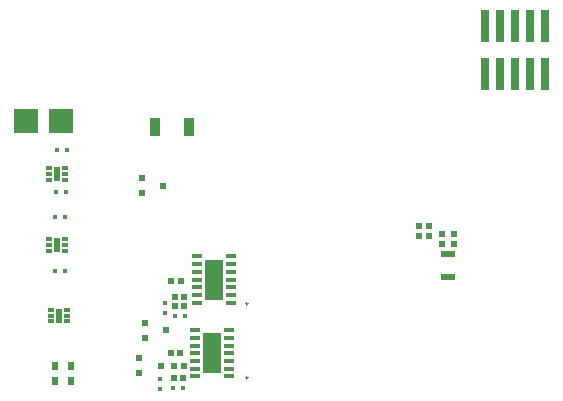
<source format=gbp>
G04*
G04 #@! TF.GenerationSoftware,Altium Limited,Altium Designer,19.0.4 (130)*
G04*
G04 Layer_Color=128*
%FSLAX25Y25*%
%MOIN*%
G70*
G01*
G75*
%ADD18R,0.02913X0.10984*%
%ADD20R,0.02126X0.02126*%
%ADD21R,0.05118X0.01968*%
%ADD22R,0.02126X0.02126*%
%ADD24R,0.01575X0.01772*%
%ADD27R,0.01772X0.01575*%
G04:AMPARAMS|DCode=39|XSize=11.81mil|YSize=11.81mil|CornerRadius=5.91mil|HoleSize=0mil|Usage=FLASHONLY|Rotation=270.000|XOffset=0mil|YOffset=0mil|HoleType=Round|Shape=RoundedRectangle|*
%AMROUNDEDRECTD39*
21,1,0.01181,0.00000,0,0,270.0*
21,1,0.00000,0.01181,0,0,270.0*
1,1,0.01181,0.00000,0.00000*
1,1,0.01181,0.00000,0.00000*
1,1,0.01181,0.00000,0.00000*
1,1,0.01181,0.00000,0.00000*
%
%ADD39ROUNDEDRECTD39*%
%ADD90R,0.02362X0.02362*%
%ADD91R,0.03543X0.06496*%
%ADD92R,0.08268X0.08071*%
%ADD93R,0.02047X0.01260*%
%ADD94R,0.02402X0.04961*%
%ADD95R,0.01968X0.03150*%
%ADD96R,0.06299X0.13386*%
%ADD97R,0.03169X0.01181*%
G36*
X116329Y56299D02*
X115329D01*
Y57299D01*
X116329D01*
Y56299D01*
D02*
G37*
G36*
X116938Y80906D02*
X115938D01*
Y81906D01*
X116938D01*
Y80906D01*
D02*
G37*
D18*
X227441Y149468D02*
D03*
Y165492D02*
D03*
X222441Y149468D02*
D03*
Y165492D02*
D03*
X217441Y149468D02*
D03*
Y165492D02*
D03*
X212441Y149468D02*
D03*
Y165492D02*
D03*
X207441Y149468D02*
D03*
Y165492D02*
D03*
D20*
X188583Y95472D02*
D03*
X185433D02*
D03*
X188583Y98622D02*
D03*
X185433D02*
D03*
X103937Y72047D02*
D03*
X107087D02*
D03*
X106890Y52165D02*
D03*
X103740D02*
D03*
X107087Y75197D02*
D03*
X103937D02*
D03*
X103543Y48031D02*
D03*
X106693D02*
D03*
X102756Y80500D02*
D03*
X105905D02*
D03*
X102488Y56328D02*
D03*
X105638D02*
D03*
D21*
X195079Y81791D02*
D03*
Y89468D02*
D03*
D22*
X192913Y96063D02*
D03*
Y92913D02*
D03*
X196850Y96063D02*
D03*
Y92913D02*
D03*
D24*
X103445Y44882D02*
D03*
X106791D02*
D03*
X103839Y68898D02*
D03*
X107185D02*
D03*
X64468Y124016D02*
D03*
X67815D02*
D03*
X64075Y83858D02*
D03*
X67421D02*
D03*
X64075Y101772D02*
D03*
X67421D02*
D03*
X64173Y110236D02*
D03*
X67520D02*
D03*
D27*
X98819Y44390D02*
D03*
Y47736D02*
D03*
X100787Y69587D02*
D03*
Y72933D02*
D03*
D39*
X127893Y48228D02*
D03*
X127953Y72835D02*
D03*
D90*
X92027Y49606D02*
D03*
Y54724D02*
D03*
X99311Y52165D02*
D03*
X92815Y109646D02*
D03*
Y114764D02*
D03*
X100099Y112205D02*
D03*
X93799Y61417D02*
D03*
Y66535D02*
D03*
X101083Y63976D02*
D03*
D91*
X97441Y131890D02*
D03*
X108661D02*
D03*
D92*
X54232Y133858D02*
D03*
X65847D02*
D03*
D93*
X67441Y118110D02*
D03*
Y116142D02*
D03*
Y114173D02*
D03*
X62008Y118110D02*
D03*
Y116142D02*
D03*
Y114173D02*
D03*
X67441Y94488D02*
D03*
Y92520D02*
D03*
Y90551D02*
D03*
X62008Y94488D02*
D03*
Y92520D02*
D03*
Y90551D02*
D03*
X67913Y70866D02*
D03*
Y68898D02*
D03*
Y66929D02*
D03*
X62480Y70866D02*
D03*
Y68898D02*
D03*
Y66929D02*
D03*
D94*
X64724Y116142D02*
D03*
Y92520D02*
D03*
X65197Y68898D02*
D03*
D95*
X64016Y52165D02*
D03*
X69449D02*
D03*
X64016Y47244D02*
D03*
X69449D02*
D03*
D96*
X116329Y56299D02*
D03*
X116938Y80906D02*
D03*
D97*
X110611Y63976D02*
D03*
Y61417D02*
D03*
Y58858D02*
D03*
Y56299D02*
D03*
Y53740D02*
D03*
Y51181D02*
D03*
Y48622D02*
D03*
X122047D02*
D03*
Y51181D02*
D03*
Y53740D02*
D03*
Y56299D02*
D03*
Y58858D02*
D03*
Y61417D02*
D03*
Y63976D02*
D03*
X111221Y88583D02*
D03*
Y86024D02*
D03*
Y83465D02*
D03*
Y80906D02*
D03*
Y78347D02*
D03*
Y75788D02*
D03*
Y73229D02*
D03*
X122657D02*
D03*
Y75788D02*
D03*
Y78347D02*
D03*
Y80906D02*
D03*
Y83465D02*
D03*
Y86024D02*
D03*
Y88583D02*
D03*
M02*

</source>
